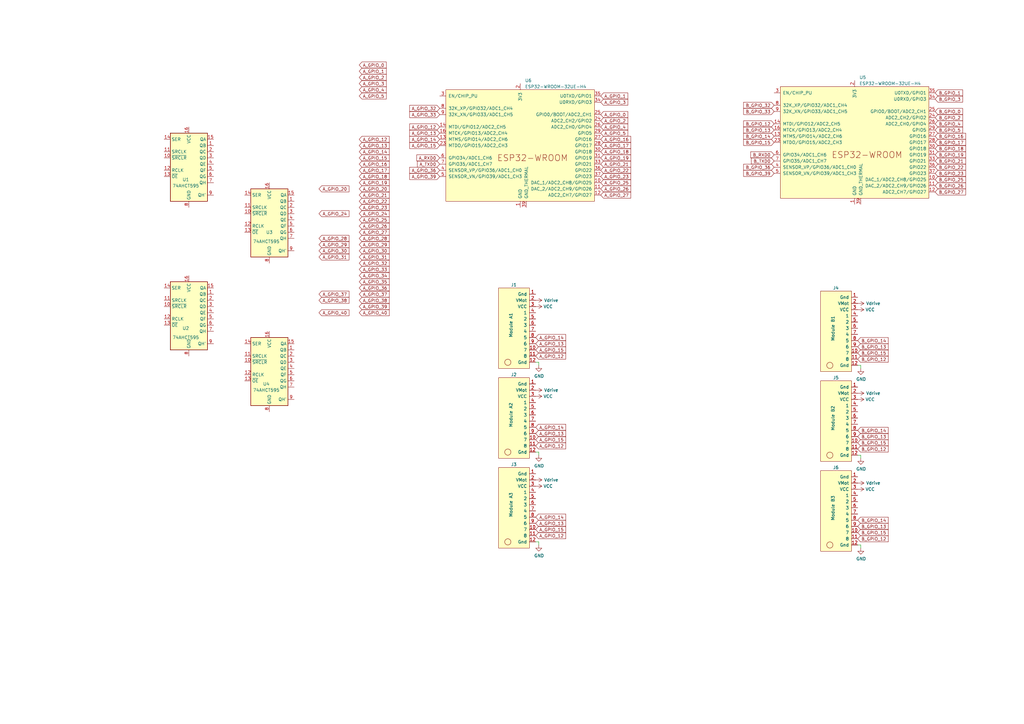
<source format=kicad_sch>
(kicad_sch (version 20230121) (generator eeschema)
  (paper "A3")
  (title_block (title "CNC Controller") (date "2023-03-09") (rev "2.0") (company "Torban Consulting / Cameron Eccleston") (comment 1 "Based on 6-Pack 2.0 External by Bdring"))
  (lib_symbols
    (symbol "74xx:74AHCT595"
      (property "Reference" "U" (at -7.62 13.97 0))
      (property "Value" "74AHCT595" (at -7.62 -16.51 0))
      (symbol "74AHCT595_1_0"
        (pin tri_state line (at 10.16 7.62 180) (length 2.54) (name "QB") (number "1"))
        (pin input line (at -10.16 2.54 0) (length 2.54) (name "~{SRCLR}") (number "10"))
        (pin input line (at -10.16 5.08 0) (length 2.54) (name "SRCLK") (number "11"))
        (pin input line (at -10.16 -2.54 0) (length 2.54) (name "RCLK") (number "12"))
        (pin input line (at -10.16 -5.08 0) (length 2.54) (name "~{OE}") (number "13"))
        (pin input line (at -10.16 10.16 0) (length 2.54) (name "SER") (number "14"))
        (pin tri_state line (at 10.16 10.16 180) (length 2.54) (name "QA") (number "15"))
        (pin power_in line (at 0 15.24 270) (length 2.54) (name "VCC") (number "16"))
        (pin tri_state line (at 10.16 5.08 180) (length 2.54) (name "QC") (number "2"))
        (pin tri_state line (at 10.16 2.54 180) (length 2.54) (name "QD") (number "3"))
        (pin tri_state line (at 10.16 0 180) (length 2.54) (name "QE") (number "4"))
        (pin tri_state line (at 10.16 -2.54 180) (length 2.54) (name "QF") (number "5"))
        (pin tri_state line (at 10.16 -5.08 180) (length 2.54) (name "QG") (number "6"))
        (pin tri_state line (at 10.16 -7.62 180) (length 2.54) (name "QH") (number "7"))
        (pin power_in line (at 0 -17.78 90) (length 2.54) (name "GND") (number "8"))
        (pin output line (at 10.16 -12.7 180) (length 2.54) (name "QH'") (number "9"))
      )
      (symbol "74AHCT595_1_1"
        (rectangle (start -7.62 12.7) (end 7.62 -15.24) (stroke (width 0.254)) (fill (type background)))
      )
    )
    (symbol "BDringController-rescue:IO_connector-My_Library-BDringController-rescue" (pin_names (offset 1.016))
      (property "Reference" "J" (at 0 3.81 0))
      (property "Value" "IO_connector-My_Library-BDringController-rescue" (at 0 0 0))
      (symbol "IO_connector-My_Library-BDringController-rescue_0_1"
        (circle (center -13.97 2.54) (radius 1.27))
        (polyline (pts (xy -16.51 -6.35) (xy 16.51 -6.35) (xy 16.51 6.35) (xy -16.51 6.35) (xy -16.51 -6.35)) (fill (type background)))
      )
      (symbol "IO_connector-My_Library-BDringController-rescue_1_1"
        (pin power_in line (at 13.97 -8.89 90) (length 2.54) (name "Gnd") (number "1"))
        (pin input line (at -8.89 -8.89 90) (length 2.54) (name "7") (number "10"))
        (pin input line (at -11.43 -8.89 90) (length 2.54) (name "8") (number "11"))
        (pin input line (at -13.97 -8.89 90) (length 2.54) (name "Gnd") (number "12"))
        (pin power_in line (at 11.43 -8.89 90) (length 2.54) (name "VMot") (number "2"))
        (pin power_in line (at 8.89 -8.89 90) (length 2.54) (name "VCC") (number "3"))
        (pin input line (at 6.35 -8.89 90) (length 2.54) (name "1") (number "4"))
        (pin input line (at 3.81 -8.89 90) (length 2.54) (name "2") (number "5"))
        (pin input line (at 1.27 -8.89 90) (length 2.54) (name "3") (number "6"))
        (pin input line (at -1.27 -8.89 90) (length 2.54) (name "4") (number "7"))
        (pin input line (at -3.81 -8.89 90) (length 2.54) (name "5") (number "8"))
        (pin input line (at -6.35 -8.89 90) (length 2.54) (name "6") (number "9"))
      )
    )
    (symbol "Espressif:ESP32-WROOM-E" (pin_names (offset 1.016))
      (property "Reference" "U" (at -30.48 27.94 0))
      (property "Value" "ESP32-WROOM-E" (at -30.48 25.4 0))
      (symbol "ESP32-WROOM-E_0_1"
        (rectangle (start -30.48 22.86) (end 30.48 -22.86) (fill (type background)))
      )
      (symbol "ESP32-WROOM-E_1_1"
        (text "ESP32-­WROOM­" (at 5.08 -5.08 0) (effects (font (size 2.54 2.54))))
        (pin power_in line (at 0 -25.4 90) (length 2.54) (name "GND") (number "1"))
        (pin bidirectional line (at 33.02 -15.24 180) (length 2.54) (name "DAC_1/ADC2_CH8/GPIO25") (number "10"))
        (pin bidirectional line (at 33.02 -17.78 180) (length 2.54) (name "DAC_2/ADC2_CH9/GPIO26") (number "11"))
        (pin bidirectional line (at 33.02 -20.32 180) (length 2.54) (name "ADC2_CH7/GPIO27") (number "12"))
        (pin bidirectional line (at -33.02 2.54 0) (length 2.54) (name "MTMS/GPIO14/ADC2_CH6") (number "13"))
        (pin bidirectional line (at -33.02 7.62 0) (length 2.54) (name "MTDI/GPIO12/ADC2_CH5") (number "14"))
        (pin passive line (at 0 -25.4 90) (length 2.54) hide (name "GND") (number "15"))
        (pin bidirectional line (at -33.02 5.08 0) (length 2.54) (name "MTCK/GPIO13/ADC2_CH4") (number "16"))
        (pin power_in line (at 0 25.4 270) (length 2.54) (name "3V3") (number "2"))
        (pin bidirectional line (at -33.02 0 0) (length 2.54) (name "MTDO/GPIO15/ADC2_CH3") (number "23"))
        (pin bidirectional line (at 33.02 10.16 180) (length 2.54) (name "ADC2_CH2/GPIO2") (number "24"))
        (pin bidirectional line (at 33.02 12.7 180) (length 2.54) (name "GPIO0/BOOT/ADC2_CH1") (number "25"))
        (pin bidirectional line (at 33.02 7.62 180) (length 2.54) (name "ADC2_CH0/GPIO4") (number "26"))
        (pin bidirectional line (at 33.02 2.54 180) (length 2.54) (name "GPIO16") (number "27"))
        (pin bidirectional line (at 33.02 0 180) (length 2.54) (name "GPIO17") (number "28"))
        (pin bidirectional line (at 33.02 5.08 180) (length 2.54) (name "GPIO5") (number "29"))
        (pin input line (at -33.02 20.32 0) (length 2.54) (name "EN/CHIP_PU") (number "3"))
        (pin bidirectional line (at 33.02 -2.54 180) (length 2.54) (name "GPIO18") (number "30"))
        (pin bidirectional line (at 33.02 -5.08 180) (length 2.54) (name "GPIO19") (number "31"))
        (pin bidirectional line (at 33.02 -7.62 180) (length 2.54) (name "GPIO21") (number "33"))
        (pin bidirectional line (at 33.02 17.78 180) (length 2.54) (name "U0RXD/GPIO3") (number "34"))
        (pin bidirectional line (at 33.02 20.32 180) (length 2.54) (name "U0TXD/GPIO1") (number "35"))
        (pin bidirectional line (at 33.02 -10.16 180) (length 2.54) (name "GPIO22") (number "36"))
        (pin bidirectional line (at 33.02 -12.7 180) (length 2.54) (name "GPIO23") (number "37"))
        (pin passive line (at 0 -25.4 90) (length 2.54) hide (name "GND") (number "38"))
        (pin power_in line (at 2.54 -25.4 90) (length 2.54) (name "GND_THERMAL") (number "39"))
        (pin input line (at -33.02 -10.16 0) (length 2.54) (name "SENSOR_VP/GPIO36/ADC1_CH0") (number "4"))
        (pin input line (at -33.02 -12.7 0) (length 2.54) (name "SENSOR_VN/GPIO39/ADC1_CH3") (number "5"))
        (pin input line (at -33.02 -5.08 0) (length 2.54) (name "GPIO34/ADC1_CH6") (number "6"))
        (pin input line (at -33.02 -7.62 0) (length 2.54) (name "GPIO35/ADC1_CH7") (number "7"))
        (pin bidirectional line (at -33.02 15.24 0) (length 2.54) (name "32K_XP/GPIO32/ADC1_CH4") (number "8"))
        (pin bidirectional line (at -33.02 12.7 0) (length 2.54) (name "32K_XN/GPIO33/ADC1_CH5") (number "9"))
      )
    )
    (symbol "power:GND" (power) (pin_names (offset 0))
      (property "Value" "GND" (at 0 -3.81 0))
      (symbol "GND_0_1"
        (polyline (pts (xy 0 0) (xy 0 -1.27) (xy 1.27 -1.27) (xy 0 -2.54) (xy -1.27 -1.27) (xy 0 -1.27)))
      )
      (symbol "GND_1_1"
        (pin power_in line (at 0 0 270) (length 0) hide (name "GND") (number "1"))
      )
    )
    (symbol "power:VCC" (power) (pin_names (offset 0))
      (property "Value" "VCC" (at 0 3.81 0))
      (symbol "VCC_0_1"
        (polyline (pts (xy -0.762 1.27) (xy 0 2.54)))
        (polyline (pts (xy 0 0) (xy 0 2.54)))
        (polyline (pts (xy 0 2.54) (xy 0.762 1.27)))
      )
      (symbol "VCC_1_1"
        (pin power_in line (at 0 0 90) (length 0) hide (name "VCC") (number "1"))
      )
    )
    (symbol "power:Vdrive" (power) (pin_names (offset 0))
      (property "Value" "Vdrive" (at 0 3.81 0))
      (symbol "Vdrive_0_1"
        (polyline (pts (xy -0.762 1.27) (xy 0 2.54)))
        (polyline (pts (xy 0 0) (xy 0 2.54)))
        (polyline (pts (xy 0 2.54) (xy 0.762 1.27)))
      )
      (symbol "Vdrive_1_1"
        (pin power_in line (at 0 0 90) (length 0) hide (name "Vdrive") (number "1"))
      )
    )
  )
  (wire (pts (xy 220.98 222.25) (xy 220.98 223.52)))
  (wire (pts (xy 353.06 186.69) (xy 353.06 187.96)))
  (wire (pts (xy 353.06 223.52) (xy 353.06 224.79)))
  (wire (pts (xy 353.06 149.86) (xy 353.06 151.13)))
  (wire (pts (xy 219.71 185.42) (xy 220.98 185.42)))
  (wire (pts (xy 220.98 185.42) (xy 220.98 186.69)))
  (wire (pts (xy 220.98 148.59) (xy 220.98 149.86)))
  (wire (pts (xy 351.79 149.86) (xy 353.06 149.86)))
  (wire (pts (xy 219.71 222.25) (xy 220.98 222.25)))
  (wire (pts (xy 219.71 148.59) (xy 220.98 148.59)))
  (wire (pts (xy 351.79 186.69) (xy 353.06 186.69)))
  (wire (pts (xy 351.79 223.52) (xy 353.06 223.52)))
  (text "Notes:\n- ESP32 with antenna only available with 4mb flash at jlcpcb. which should work with fluidnc\n- \n" (at 422.91 19.05 0) (effects (font (size 4 4)) (justify left bottom)))
  (global_label "A_GPIO_16" (shape input) (at 147.32 67.31 0) (property "Intersheetrefs" "${INTERSHEET_REFS}" (effects hide)))
  (global_label "B_GPIO_3" (shape input) (at 383.54 40.64 0) (property "Intersheetrefs" "${INTERSHEET_REFS}" (effects hide)))
  (global_label "B_GPIO_1" (shape input) (at 453.39 45.72 0) (property "Intersheetrefs" "${INTERSHEET_REFS}" (effects hide)))
  (global_label "B_GPIO_27" (shape input) (at 453.39 111.76 0) (property "Intersheetrefs" "${INTERSHEET_REFS}" (effects hide)))
  (global_label "A_GPIO_18" (shape input) (at 147.32 72.39 0) (property "Intersheetrefs" "${INTERSHEET_REFS}" (effects hide)))
  (global_label "B_GPIO_31" (shape input) (at 436.88 121.92 0) (property "Intersheetrefs" "${INTERSHEET_REFS}" (effects hide)))
  (global_label "A_GPIO_38" (shape input) (at 147.32 123.19 0) (property "Intersheetrefs" "${INTERSHEET_REFS}" (effects hide)))
  (global_label "B_GPIO_21" (shape input) (at 453.39 96.52 0) (property "Intersheetrefs" "${INTERSHEET_REFS}" (effects hide)))
  (global_label "A_GPIO_30" (shape input) (at 130.81 102.87 0) (property "Intersheetrefs" "${INTERSHEET_REFS}" (effects hide)))
  (global_label "B_GPIO_22" (shape input) (at 383.54 68.58 0) (property "Intersheetrefs" "${INTERSHEET_REFS}" (effects hide)))
  (global_label "B_GPIO_13" (shape input) (at 351.79 142.24 0) (property "Intersheetrefs" "${INTERSHEET_REFS}" (effects hide)))
  (global_label "A_GPIO_3" (shape input) (at 147.32 34.29 0) (property "Intersheetrefs" "${INTERSHEET_REFS}" (effects hide)))
  (global_label "A_GPIO_14" (shape input) (at 219.71 175.26 0) (property "Intersheetrefs" "${INTERSHEET_REFS}" (effects hide)))
  (global_label "A_GPIO_29" (shape input) (at 147.32 100.33 0) (property "Intersheetrefs" "${INTERSHEET_REFS}" (effects hide)))
  (global_label "B_GPIO_20" (shape input) (at 453.39 93.98 0) (property "Intersheetrefs" "${INTERSHEET_REFS}" (effects hide)))
  (global_label "A_GPIO_20" (shape input) (at 130.81 77.47 0) (property "Intersheetrefs" "${INTERSHEET_REFS}" (effects hide)))
  (global_label "A_GPIO_13" (shape input) (at 219.71 140.97 0) (property "Intersheetrefs" "${INTERSHEET_REFS}" (effects hide)))
  (global_label "B_GPIO_15" (shape input) (at 453.39 81.28 0) (property "Intersheetrefs" "${INTERSHEET_REFS}" (effects hide)))
  (global_label "A_GPIO_23" (shape input) (at 246.38 72.39 0) (property "Intersheetrefs" "${INTERSHEET_REFS}" (effects hide)))
  (global_label "B_RXD0" (shape input) (at 317.5 63.5 180) (property "Intersheetrefs" "${INTERSHEET_REFS}" (effects hide)))
  (global_label "B_GPIO_17" (shape input) (at 453.39 86.36 0) (property "Intersheetrefs" "${INTERSHEET_REFS}" (effects hide)))
  (global_label "A_GPIO_13" (shape input) (at 180.34 54.61 180) (property "Intersheetrefs" "${INTERSHEET_REFS}" (effects hide)))
  (global_label "B_GPIO_40" (shape input) (at 436.88 144.78 0) (property "Intersheetrefs" "${INTERSHEET_REFS}" (effects hide)))
  (global_label "A_GPIO_15" (shape input) (at 219.71 180.34 0) (property "Intersheetrefs" "${INTERSHEET_REFS}" (effects hide)))
  (global_label "B_GPIO_13" (shape input) (at 351.79 179.07 0) (property "Intersheetrefs" "${INTERSHEET_REFS}" (effects hide)))
  (global_label "A_GPIO_0" (shape input) (at 246.38 46.99 0) (property "Intersheetrefs" "${INTERSHEET_REFS}" (effects hide)))
  (global_label "B_GPIO_14" (shape input) (at 351.79 139.7 0) (property "Intersheetrefs" "${INTERSHEET_REFS}" (effects hide)))
  (global_label "B_GPIO_12" (shape input) (at 317.5 50.8 180) (property "Intersheetrefs" "${INTERSHEET_REFS}" (effects hide)))
  (global_label "B_GPIO_32" (shape input) (at 317.5 43.18 180) (property "Intersheetrefs" "${INTERSHEET_REFS}" (effects hide)))
  (global_label "A_GPIO_36" (shape input) (at 147.32 118.11 0) (property "Intersheetrefs" "${INTERSHEET_REFS}" (effects hide)))
  (global_label "A_GPIO_24" (shape input) (at 130.81 87.63 0) (property "Intersheetrefs" "${INTERSHEET_REFS}" (effects hide)))
  (global_label "A_GPIO_29" (shape input) (at 130.81 100.33 0) (property "Intersheetrefs" "${INTERSHEET_REFS}" (effects hide)))
  (global_label "A_GPIO_13" (shape input) (at 219.71 177.8 0) (property "Intersheetrefs" "${INTERSHEET_REFS}" (effects hide)))
  (global_label "A_GPIO_4" (shape input) (at 246.38 52.07 0) (property "Intersheetrefs" "${INTERSHEET_REFS}" (effects hide)))
  (global_label "A_GPIO_22" (shape input) (at 147.32 82.55 0) (property "Intersheetrefs" "${INTERSHEET_REFS}" (effects hide)))
  (global_label "B_GPIO_1" (shape input) (at 383.54 38.1 0) (property "Intersheetrefs" "${INTERSHEET_REFS}" (effects hide)))
  (global_label "A_GPIO_13" (shape input) (at 147.32 59.69 0) (property "Intersheetrefs" "${INTERSHEET_REFS}" (effects hide)))
  (global_label "A_GPIO_15" (shape input) (at 147.32 64.77 0) (property "Intersheetrefs" "${INTERSHEET_REFS}" (effects hide)))
  (global_label "B_GPIO_31" (shape input) (at 453.39 121.92 0) (property "Intersheetrefs" "${INTERSHEET_REFS}" (effects hide)))
  (global_label "B_GPIO_23" (shape input) (at 383.54 71.12 0) (property "Intersheetrefs" "${INTERSHEET_REFS}" (effects hide)))
  (global_label "B_GPIO_24" (shape input) (at 453.39 104.14 0) (property "Intersheetrefs" "${INTERSHEET_REFS}" (effects hide)))
  (global_label "A_GPIO_15" (shape input) (at 180.34 59.69 180) (property "Intersheetrefs" "${INTERSHEET_REFS}" (effects hide)))
  (global_label "A_GPIO_13" (shape input) (at 219.71 214.63 0) (property "Intersheetrefs" "${INTERSHEET_REFS}" (effects hide)))
  (global_label "B_GPIO_30" (shape input) (at 436.88 119.38 0) (property "Intersheetrefs" "${INTERSHEET_REFS}" (effects hide)))
  (global_label "A_GPIO_17" (shape input) (at 246.38 59.69 0) (property "Intersheetrefs" "${INTERSHEET_REFS}" (effects hide)))
  (global_label "B_GPIO_19" (shape input) (at 383.54 63.5 0) (property "Intersheetrefs" "${INTERSHEET_REFS}" (effects hide)))
  (global_label "B_GPIO_16" (shape input) (at 453.39 83.82 0) (property "Intersheetrefs" "${INTERSHEET_REFS}" (effects hide)))
  (global_label "B_GPIO_12" (shape input) (at 351.79 147.32 0) (property "Intersheetrefs" "${INTERSHEET_REFS}" (effects hide)))
  (global_label "B_GPIO_4" (shape input) (at 383.54 50.8 0) (property "Intersheetrefs" "${INTERSHEET_REFS}" (effects hide)))
  (global_label "A_GPIO_31" (shape input) (at 147.32 105.41 0) (property "Intersheetrefs" "${INTERSHEET_REFS}" (effects hide)))
  (global_label "A_GPIO_23" (shape input) (at 147.32 85.09 0) (property "Intersheetrefs" "${INTERSHEET_REFS}" (effects hide)))
  (global_label "A_GPIO_32" (shape input) (at 180.34 44.45 180) (property "Intersheetrefs" "${INTERSHEET_REFS}" (effects hide)))
  (global_label "A_GPIO_15" (shape input) (at 219.71 217.17 0) (property "Intersheetrefs" "${INTERSHEET_REFS}" (effects hide)))
  (global_label "A_GPIO_26" (shape input) (at 246.38 77.47 0) (property "Intersheetrefs" "${INTERSHEET_REFS}" (effects hide)))
  (global_label "B_GPIO_17" (shape input) (at 383.54 58.42 0) (property "Intersheetrefs" "${INTERSHEET_REFS}" (effects hide)))
  (global_label "B_GPIO_0" (shape input) (at 383.54 45.72 0) (property "Intersheetrefs" "${INTERSHEET_REFS}" (effects hide)))
  (global_label "B_GPIO_18" (shape input) (at 383.54 60.96 0) (property "Intersheetrefs" "${INTERSHEET_REFS}" (effects hide)))
  (global_label "B_GPIO_15" (shape input) (at 351.79 144.78 0) (property "Intersheetrefs" "${INTERSHEET_REFS}" (effects hide)))
  (global_label "A_GPIO_28" (shape input) (at 130.81 97.79 0) (property "Intersheetrefs" "${INTERSHEET_REFS}" (effects hide)))
  (global_label "B_GPIO_28" (shape input) (at 436.88 114.3 0) (property "Intersheetrefs" "${INTERSHEET_REFS}" (effects hide)))
  (global_label "B_GPIO_29" (shape input) (at 453.39 116.84 0) (property "Intersheetrefs" "${INTERSHEET_REFS}" (effects hide)))
  (global_label "A_GPIO_36" (shape input) (at 180.34 69.85 180) (property "Intersheetrefs" "${INTERSHEET_REFS}" (effects hide)))
  (global_label "A_GPIO_30" (shape input) (at 147.32 102.87 0) (property "Intersheetrefs" "${INTERSHEET_REFS}" (effects hide)))
  (global_label "B_GPIO_14" (shape input) (at 351.79 176.53 0) (property "Intersheetrefs" "${INTERSHEET_REFS}" (effects hide)))
  (global_label "A_GPIO_15" (shape input) (at 219.71 143.51 0) (property "Intersheetrefs" "${INTERSHEET_REFS}" (effects hide)))
  (global_label "B_TXD0" (shape input) (at 317.5 66.04 180) (property "Intersheetrefs" "${INTERSHEET_REFS}" (effects hide)))
  (global_label "A_GPIO_21" (shape input) (at 246.38 67.31 0) (property "Intersheetrefs" "${INTERSHEET_REFS}" (effects hide)))
  (global_label "B_GPIO_23" (shape input) (at 453.39 101.6 0) (property "Intersheetrefs" "${INTERSHEET_REFS}" (effects hide)))
  (global_label "A_GPIO_2" (shape input) (at 246.38 49.53 0) (property "Intersheetrefs" "${INTERSHEET_REFS}" (effects hide)))
  (global_label "A_GPIO_22" (shape input) (at 246.38 69.85 0) (property "Intersheetrefs" "${INTERSHEET_REFS}" (effects hide)))
  (global_label "A_GPIO_17" (shape input) (at 147.32 69.85 0) (property "Intersheetrefs" "${INTERSHEET_REFS}" (effects hide)))
  (global_label "B_GPIO_15" (shape input) (at 351.79 181.61 0) (property "Intersheetrefs" "${INTERSHEET_REFS}" (effects hide)))
  (global_label "B_GPIO_38" (shape input) (at 453.39 139.7 0) (property "Intersheetrefs" "${INTERSHEET_REFS}" (effects hide)))
  (global_label "B_GPIO_15" (shape input) (at 317.5 58.42 180) (property "Intersheetrefs" "${INTERSHEET_REFS}" (effects hide)))
  (global_label "B_GPIO_29" (shape input) (at 436.88 116.84 0) (property "Intersheetrefs" "${INTERSHEET_REFS}" (effects hide)))
  (global_label "B_GPIO_20" (shape input) (at 436.88 93.98 0) (property "Intersheetrefs" "${INTERSHEET_REFS}" (effects hide)))
  (global_label "A_GPIO_28" (shape input) (at 147.32 97.79 0) (property "Intersheetrefs" "${INTERSHEET_REFS}" (effects hide)))
  (global_label "A_GPIO_1" (shape input) (at 246.38 39.37 0) (property "Intersheetrefs" "${INTERSHEET_REFS}" (effects hide)))
  (global_label "B_GPIO_35" (shape input) (at 453.39 132.08 0) (property "Intersheetrefs" "${INTERSHEET_REFS}" (effects hide)))
  (global_label "A_GPIO_25" (shape input) (at 147.32 90.17 0) (property "Intersheetrefs" "${INTERSHEET_REFS}" (effects hide)))
  (global_label "A_GPIO_16" (shape input) (at 246.38 57.15 0) (property "Intersheetrefs" "${INTERSHEET_REFS}" (effects hide)))
  (global_label "B_GPIO_12" (shape input) (at 351.79 220.98 0) (property "Intersheetrefs" "${INTERSHEET_REFS}" (effects hide)))
  (global_label "A_GPIO_2" (shape input) (at 147.32 31.75 0) (property "Intersheetrefs" "${INTERSHEET_REFS}" (effects hide)))
  (global_label "B_GPIO_5" (shape input) (at 383.54 53.34 0) (property "Intersheetrefs" "${INTERSHEET_REFS}" (effects hide)))
  (global_label "B_GPIO_28" (shape input) (at 453.39 114.3 0) (property "Intersheetrefs" "${INTERSHEET_REFS}" (effects hide)))
  (global_label "A_GPIO_21" (shape input) (at 147.32 80.01 0) (property "Intersheetrefs" "${INTERSHEET_REFS}" (effects hide)))
  (global_label "B_GPIO_30" (shape input) (at 453.39 119.38 0) (property "Intersheetrefs" "${INTERSHEET_REFS}" (effects hide)))
  (global_label "A_RXD0" (shape input) (at 180.34 64.77 180) (property "Intersheetrefs" "${INTERSHEET_REFS}" (effects hide)))
  (global_label "B_GPIO_37" (shape input) (at 453.39 137.16 0) (property "Intersheetrefs" "${INTERSHEET_REFS}" (effects hide)))
  (global_label "A_GPIO_25" (shape input) (at 246.38 74.93 0) (property "Intersheetrefs" "${INTERSHEET_REFS}" (effects hide)))
  (global_label "A_GPIO_14" (shape input) (at 219.71 138.43 0) (property "Intersheetrefs" "${INTERSHEET_REFS}" (effects hide)))
  (global_label "B_GPIO_16" (shape input) (at 383.54 55.88 0) (property "Intersheetrefs" "${INTERSHEET_REFS}" (effects hide)))
  (global_label "A_GPIO_19" (shape input) (at 147.32 74.93 0) (property "Intersheetrefs" "${INTERSHEET_REFS}" (effects hide)))
  (global_label "B_GPIO_5" (shape input) (at 453.39 55.88 0) (property "Intersheetrefs" "${INTERSHEET_REFS}" (effects hide)))
  (global_label "B_GPIO_40" (shape input) (at 453.39 144.78 0) (property "Intersheetrefs" "${INTERSHEET_REFS}" (effects hide)))
  (global_label "A_GPIO_18" (shape input) (at 246.38 62.23 0) (property "Intersheetrefs" "${INTERSHEET_REFS}" (effects hide)))
  (global_label "A_GPIO_0" (shape input) (at 147.32 26.67 0) (property "Intersheetrefs" "${INTERSHEET_REFS}" (effects hide)))
  (global_label "B_GPIO_33" (shape input) (at 453.39 127 0) (property "Intersheetrefs" "${INTERSHEET_REFS}" (effects hide)))
  (global_label "A_GPIO_39" (shape input) (at 147.32 125.73 0) (property "Intersheetrefs" "${INTERSHEET_REFS}" (effects hide)))
  (global_label "B_GPIO_2" (shape input) (at 453.39 48.26 0) (property "Intersheetrefs" "${INTERSHEET_REFS}" (effects hide)))
  (global_label "B_GPIO_14" (shape input) (at 453.39 78.74 0) (property "Intersheetrefs" "${INTERSHEET_REFS}" (effects hide)))
  (global_label "B_GPIO_14" (shape input) (at 317.5 55.88 180) (property "Intersheetrefs" "${INTERSHEET_REFS}" (effects hide)))
  (global_label "A_GPIO_12" (shape input) (at 147.32 57.15 0) (property "Intersheetrefs" "${INTERSHEET_REFS}" (effects hide)))
  (global_label "A_GPIO_37" (shape input) (at 130.81 120.65 0) (property "Intersheetrefs" "${INTERSHEET_REFS}" (effects hide)))
  (global_label "B_GPIO_13" (shape input) (at 453.39 76.2 0) (property "Intersheetrefs" "${INTERSHEET_REFS}" (effects hide)))
  (global_label "B_GPIO_12" (shape input) (at 453.39 73.66 0) (property "Intersheetrefs" "${INTERSHEET_REFS}" (effects hide)))
  (global_label "A_GPIO_33" (shape input) (at 180.34 46.99 180) (property "Intersheetrefs" "${INTERSHEET_REFS}" (effects hide)))
  (global_label "B_GPIO_39" (shape input) (at 317.5 71.12 180) (property "Intersheetrefs" "${INTERSHEET_REFS}" (effects hide)))
  (global_label "B_GPIO_22" (shape input) (at 453.39 99.06 0) (property "Intersheetrefs" "${INTERSHEET_REFS}" (effects hide)))
  (global_label "B_GPIO_13" (shape input) (at 317.5 53.34 180) (property "Intersheetrefs" "${INTERSHEET_REFS}" (effects hide)))
  (global_label "A_GPIO_40" (shape input) (at 147.32 128.27 0) (property "Intersheetrefs" "${INTERSHEET_REFS}" (effects hide)))
  (global_label "A_GPIO_5" (shape input) (at 246.38 54.61 0) (property "Intersheetrefs" "${INTERSHEET_REFS}" (effects hide)))
  (global_label "B_GPIO_2" (shape input) (at 383.54 48.26 0) (property "Intersheetrefs" "${INTERSHEET_REFS}" (effects hide)))
  (global_label "A_GPIO_39" (shape input) (at 180.34 72.39 180) (property "Intersheetrefs" "${INTERSHEET_REFS}" (effects hide)))
  (global_label "A_GPIO_38" (shape input) (at 130.81 123.19 0) (property "Intersheetrefs" "${INTERSHEET_REFS}" (effects hide)))
  (global_label "B_GPIO_36" (shape input) (at 317.5 68.58 180) (property "Intersheetrefs" "${INTERSHEET_REFS}" (effects hide)))
  (global_label "B_GPIO_12" (shape input) (at 351.79 184.15 0) (property "Intersheetrefs" "${INTERSHEET_REFS}" (effects hide)))
  (global_label "B_GPIO_25" (shape input) (at 383.54 73.66 0) (property "Intersheetrefs" "${INTERSHEET_REFS}" (effects hide)))
  (global_label "A_GPIO_40" (shape input) (at 130.81 128.27 0) (property "Intersheetrefs" "${INTERSHEET_REFS}" (effects hide)))
  (global_label "B_GPIO_0" (shape input) (at 453.39 43.18 0) (property "Intersheetrefs" "${INTERSHEET_REFS}" (effects hide)))
  (global_label "A_GPIO_26" (shape input) (at 147.32 92.71 0) (property "Intersheetrefs" "${INTERSHEET_REFS}" (effects hide)))
  (global_label "B_GPIO_36" (shape input) (at 453.39 134.62 0) (property "Intersheetrefs" "${INTERSHEET_REFS}" (effects hide)))
  (global_label "A_GPIO_14" (shape input) (at 180.34 57.15 180) (property "Intersheetrefs" "${INTERSHEET_REFS}" (effects hide)))
  (global_label "A_GPIO_12" (shape input) (at 219.71 182.88 0) (property "Intersheetrefs" "${INTERSHEET_REFS}" (effects hide)))
  (global_label "A_GPIO_14" (shape input) (at 147.32 62.23 0) (property "Intersheetrefs" "${INTERSHEET_REFS}" (effects hide)))
  (global_label "A_GPIO_20" (shape input) (at 147.32 77.47 0) (property "Intersheetrefs" "${INTERSHEET_REFS}" (effects hide)))
  (global_label "A_GPIO_24" (shape input) (at 147.32 87.63 0) (property "Intersheetrefs" "${INTERSHEET_REFS}" (effects hide)))
  (global_label "B_GPIO_21" (shape input) (at 383.54 66.04 0) (property "Intersheetrefs" "${INTERSHEET_REFS}" (effects hide)))
  (global_label "A_GPIO_34" (shape input) (at 147.32 113.03 0) (property "Intersheetrefs" "${INTERSHEET_REFS}" (effects hide)))
  (global_label "A_GPIO_12" (shape input) (at 219.71 219.71 0) (property "Intersheetrefs" "${INTERSHEET_REFS}" (effects hide)))
  (global_label "A_GPIO_5" (shape input) (at 147.32 39.37 0) (property "Intersheetrefs" "${INTERSHEET_REFS}" (effects hide)))
  (global_label "B_GPIO_32" (shape input) (at 453.39 124.46 0) (property "Intersheetrefs" "${INTERSHEET_REFS}" (effects hide)))
  (global_label "A_GPIO_4" (shape input) (at 147.32 36.83 0) (property "Intersheetrefs" "${INTERSHEET_REFS}" (effects hide)))
  (global_label "B_GPIO_26" (shape input) (at 383.54 76.2 0) (property "Intersheetrefs" "${INTERSHEET_REFS}" (effects hide)))
  (global_label "B_GPIO_38" (shape input) (at 436.88 139.7 0) (property "Intersheetrefs" "${INTERSHEET_REFS}" (effects hide)))
  (global_label "A_GPIO_27" (shape input) (at 246.38 80.01 0) (property "Intersheetrefs" "${INTERSHEET_REFS}" (effects hide)))
  (global_label "A_GPIO_32" (shape input) (at 147.32 107.95 0) (property "Intersheetrefs" "${INTERSHEET_REFS}" (effects hide)))
  (global_label "B_GPIO_24" (shape input) (at 436.88 104.14 0) (property "Intersheetrefs" "${INTERSHEET_REFS}" (effects hide)))
  (global_label "B_GPIO_18" (shape input) (at 453.39 88.9 0) (property "Intersheetrefs" "${INTERSHEET_REFS}" (effects hide)))
  (global_label "B_GPIO_37" (shape input) (at 436.88 137.16 0) (property "Intersheetrefs" "${INTERSHEET_REFS}" (effects hide)))
  (global_label "A_GPIO_1" (shape input) (at 147.32 29.21 0) (property "Intersheetrefs" "${INTERSHEET_REFS}" (effects hide)))
  (global_label "B_GPIO_13" (shape input) (at 351.79 215.9 0) (property "Intersheetrefs" "${INTERSHEET_REFS}" (effects hide)))
  (global_label "A_GPIO_35" (shape input) (at 147.32 115.57 0) (property "Intersheetrefs" "${INTERSHEET_REFS}" (effects hide)))
  (global_label "B_GPIO_39" (shape input) (at 453.39 142.24 0) (property "Intersheetrefs" "${INTERSHEET_REFS}" (effects hide)))
  (global_label "A_GPIO_12" (shape input) (at 180.34 52.07 180) (property "Intersheetrefs" "${INTERSHEET_REFS}" (effects hide)))
  (global_label "A_GPIO_33" (shape input) (at 147.32 110.49 0) (property "Intersheetrefs" "${INTERSHEET_REFS}" (effects hide)))
  (global_label "B_GPIO_34" (shape input) (at 453.39 129.54 0) (property "Intersheetrefs" "${INTERSHEET_REFS}" (effects hide)))
  (global_label "B_GPIO_14" (shape input) (at 351.79 213.36 0) (property "Intersheetrefs" "${INTERSHEET_REFS}" (effects hide)))
  (global_label "B_GPIO_27" (shape input) (at 383.54 78.74 0) (property "Intersheetrefs" "${INTERSHEET_REFS}" (effects hide)))
  (global_label "A_GPIO_19" (shape input) (at 246.38 64.77 0) (property "Intersheetrefs" "${INTERSHEET_REFS}" (effects hide)))
  (global_label "B_GPIO_3" (shape input) (at 453.39 50.8 0) (property "Intersheetrefs" "${INTERSHEET_REFS}" (effects hide)))
  (global_label "B_GPIO_33" (shape input) (at 317.5 45.72 180) (property "Intersheetrefs" "${INTERSHEET_REFS}" (effects hide)))
  (global_label "B_GPIO_15" (shape input) (at 351.79 218.44 0) (property "Intersheetrefs" "${INTERSHEET_REFS}" (effects hide)))
  (global_label "B_GPIO_26" (shape input) (at 453.39 109.22 0) (property "Intersheetrefs" "${INTERSHEET_REFS}" (effects hide)))
  (global_label "B_GPIO_4" (shape input) (at 453.39 53.34 0) (property "Intersheetrefs" "${INTERSHEET_REFS}" (effects hide)))
  (global_label "A_GPIO_3" (shape input) (at 246.38 41.91 0) (property "Intersheetrefs" "${INTERSHEET_REFS}" (effects hide)))
  (global_label "A_GPIO_37" (shape input) (at 147.32 120.65 0) (property "Intersheetrefs" "${INTERSHEET_REFS}" (effects hide)))
  (global_label "A_GPIO_12" (shape input) (at 219.71 146.05 0) (property "Intersheetrefs" "${INTERSHEET_REFS}" (effects hide)))
  (global_label "B_GPIO_25" (shape input) (at 453.39 106.68 0) (property "Intersheetrefs" "${INTERSHEET_REFS}" (effects hide)))
  (global_label "A_GPIO_27" (shape input) (at 147.32 95.25 0) (property "Intersheetrefs" "${INTERSHEET_REFS}" (effects hide)))
  (global_label "A_GPIO_31" (shape input) (at 130.81 105.41 0) (property "Intersheetrefs" "${INTERSHEET_REFS}" (effects hide)))
  (global_label "A_TXD0" (shape input) (at 180.34 67.31 180) (property "Intersheetrefs" "${INTERSHEET_REFS}" (effects hide)))
  (global_label "B_GPIO_19" (shape input) (at 453.39 91.44 0) (property "Intersheetrefs" "${INTERSHEET_REFS}" (effects hide)))
  (global_label "A_GPIO_14" (shape input) (at 219.71 212.09 0) (property "Intersheetrefs" "${INTERSHEET_REFS}" (effects hide)))
  (symbol (lib_id "BDringController-rescue:IO_connector-My_Library-BDringController-rescue") (at 210.82 171.45 90) (unit 1)
    (property "Reference" "J2" (at 209.55 153.67 90) (effects (justify right)))
    (property "Value" "Module A2" (at 209.55 165.1 0) (effects (justify right)))
    (property "Footprint" "Connector_PinSocket_2.54mm:PinSocket_1x12_P2.54mm_Vertical" (effects hide))
  )
  (symbol (lib_id "power:Vdrive") (at 351.79 161.29 270) (unit 1)
    (property "Reference" "#PWR010" (effects hide))
    (property "Value" "Vdrive" (at 358.14 161.29 90))
  )
  (symbol (lib_id "power:VCC") (at 351.79 127 270) (unit 1)
    (property "Reference" "#PWR012" (effects hide))
    (property "Value" "VCC" (at 356.87 127 90))
  )
  (symbol (lib_id "power:Vdrive") (at 219.71 123.19 270) (unit 1)
    (property "Reference" "#PWR06" (effects hide))
    (property "Value" "Vdrive" (at 226.06 123.19 90))
  )
  (symbol (lib_id "Espressif:ESP32-WROOM-E") (at 213.36 59.69 0) (unit 1)
    (property "Reference" "U6" (at 215.3159 33.02 0) (effects (justify left)))
    (property "Value" "ESP32-WROOM-32UE-H4" (at 215.3159 35.56 0) (effects (justify left)))
    (property "Footprint" "Espressif:ESP32-WROOM-32UE" (effects hide))
    (property "Datasheet" "https://www.espressif.com/sites/default/files/documentation/esp32-wroom-32e_esp32-wroom-32ue_datasheet_en.pdf" (effects hide))
    (property "LCSC" "C3013937" (effects hide))
  )
  (symbol (lib_id "BDringController-rescue:IO_connector-My_Library-BDringController-rescue") (at 210.82 208.28 90) (unit 1)
    (property "Reference" "J3" (at 209.55 190.5 90) (effects (justify right)))
    (property "Value" "Module A3" (at 209.55 201.93 0) (effects (justify right)))
    (property "Footprint" "Connector_PinSocket_2.54mm:PinSocket_1x12_P2.54mm_Vertical" (effects hide))
  )
  (symbol (lib_id "power:VCC") (at 219.71 199.39 270) (unit 1)
    (property "Reference" "#PWR015" (effects hide))
    (property "Value" "VCC" (at 224.79 199.39 90))
  )
  (symbol (lib_id "power:GND") (at 220.98 186.69 0) (unit 1)
    (property "Reference" "#PWR02" (effects hide))
    (property "Value" "GND" (at 221.107 191.0842 0))
  )
  (symbol (lib_id "power:VCC") (at 351.79 163.83 270) (unit 1)
    (property "Reference" "#PWR013" (effects hide))
    (property "Value" "VCC" (at 356.87 163.83 90))
  )
  (symbol (lib_id "power:Vdrive") (at 219.71 160.02 270) (unit 1)
    (property "Reference" "#PWR08" (effects hide))
    (property "Value" "Vdrive" (at 226.06 160.02 90))
  )
  (symbol (lib_id "BDringController-rescue:IO_connector-My_Library-BDringController-rescue") (at 342.9 209.55 90) (unit 1)
    (property "Reference" "J6" (at 341.63 191.77 90) (effects (justify right)))
    (property "Value" "Module B3" (at 341.63 203.2 0) (effects (justify right)))
    (property "Footprint" "Connector_PinSocket_2.54mm:PinSocket_1x12_P2.54mm_Vertical" (effects hide))
  )
  (symbol (lib_id "power:VCC") (at 351.79 200.66 270) (unit 1)
    (property "Reference" "#PWR017" (effects hide))
    (property "Value" "VCC" (at 356.87 200.66 90))
  )
  (symbol (lib_id "74xx:74AHCT595") (at 110.49 90.17 0) (unit 1)
    (property "Reference" "U3" (at 110.49 95.25 0))
    (property "Value" "74AHCT595" (at 109.22 99.06 0))
    (property "Footprint" "Package_SO:SO-16_5.3x10.2mm_P1.27mm" (effects hide))
    (property "Datasheet" "https://datasheet.lcsc.com/szlcsc/2004031110_Nexperia-74AHCT595D-118_C503428.pdf" (effects hide))
    (property "LCSC" "C503428" (effects hide))
    (property "Part Number" "74AHCT595D,118" (effects hide))
  )
  (symbol (lib_id "power:Vdrive") (at 219.71 196.85 270) (unit 1)
    (property "Reference" "#PWR09" (effects hide))
    (property "Value" "Vdrive" (at 226.06 196.85 90))
  )
  (symbol (lib_id "power:Vdrive") (at 351.79 124.46 270) (unit 1)
    (property "Reference" "#PWR07" (effects hide))
    (property "Value" "Vdrive" (at 358.14 124.46 90))
  )
  (symbol (lib_id "power:Vdrive") (at 351.79 198.12 270) (unit 1)
    (property "Reference" "#PWR016" (effects hide))
    (property "Value" "Vdrive" (at 358.14 198.12 90))
  )
  (symbol (lib_id "BDringController-rescue:IO_connector-My_Library-BDringController-rescue") (at 342.9 172.72 90) (unit 1)
    (property "Reference" "J5" (at 341.63 154.94 90) (effects (justify right)))
    (property "Value" "Module B2" (at 341.63 166.37 0) (effects (justify right)))
    (property "Footprint" "Connector_PinSocket_2.54mm:PinSocket_1x12_P2.54mm_Vertical" (effects hide))
  )
  (symbol (lib_id "BDringController-rescue:IO_connector-My_Library-BDringController-rescue") (at 210.82 134.62 90) (unit 1)
    (property "Reference" "J1" (at 209.55 116.84 90) (effects (justify right)))
    (property "Value" "Module A1" (at 209.55 128.27 0) (effects (justify right)))
    (property "Footprint" "Connector_PinSocket_2.54mm:PinSocket_1x12_P2.54mm_Vertical" (effects hide))
  )
  (symbol (lib_id "power:GND") (at 220.98 223.52 0) (unit 1)
    (property "Reference" "#PWR01" (effects hide))
    (property "Value" "GND" (at 221.107 227.9142 0))
  )
  (symbol (lib_id "74xx:74AHCT595") (at 77.47 67.31 0) (unit 1)
    (property "Reference" "U1" (at 76.2 73.66 0))
    (property "Value" "74AHCT595" (at 76.2 76.2 0))
    (property "Footprint" "Package_SO:SO-16_5.3x10.2mm_P1.27mm" (effects hide))
    (property "Datasheet" "https://datasheet.lcsc.com/szlcsc/2004031110_Nexperia-74AHCT595D-118_C503428.pdf" (effects hide))
    (property "LCSC" "C503428" (effects hide))
    (property "Part Number" "74AHCT595D,118" (effects hide))
  )
  (symbol (lib_id "power:GND") (at 220.98 149.86 0) (unit 1)
    (property "Reference" "#PWR04" (effects hide))
    (property "Value" "GND" (at 221.107 154.2542 0))
  )
  (symbol (lib_id "74xx:74AHCT595") (at 110.49 151.13 0) (unit 1)
    (property "Reference" "U4" (at 109.22 157.48 0))
    (property "Value" "74AHCT595" (at 109.22 160.02 0))
    (property "Footprint" "Package_SO:SO-16_5.3x10.2mm_P1.27mm" (effects hide))
    (property "Datasheet" "https://datasheet.lcsc.com/szlcsc/2004031110_Nexperia-74AHCT595D-118_C503428.pdf" (effects hide))
    (property "LCSC" "C503428" (effects hide))
    (property "Part Number" "74AHCT595D,118" (effects hide))
  )
  (symbol (lib_id "power:GND") (at 353.06 224.79 0) (unit 1)
    (property "Reference" "#PWR018" (effects hide))
    (property "Value" "GND" (at 353.187 229.1842 0))
  )
  (symbol (lib_id "power:GND") (at 353.06 151.13 0) (unit 1)
    (property "Reference" "#PWR05" (effects hide))
    (property "Value" "GND" (at 353.187 155.5242 0))
  )
  (symbol (lib_id "Espressif:ESP32-WROOM-E") (at 350.52 58.42 0) (unit 1)
    (property "Reference" "U5" (at 352.4759 31.75 0) (effects (justify left)))
    (property "Value" "ESP32-WROOM-32UE-H4" (at 352.4759 34.29 0) (effects (justify left)))
    (property "Footprint" "Espressif:ESP32-WROOM-32UE" (effects hide))
    (property "Datasheet" "https://www.espressif.com/sites/default/files/documentation/esp32-wroom-32e_esp32-wroom-32ue_datasheet_en.pdf" (effects hide))
    (property "LCSC" "C3013937" (effects hide))
  )
  (symbol (lib_id "power:VCC") (at 219.71 125.73 270) (unit 1)
    (property "Reference" "#PWR011" (effects hide))
    (property "Value" "VCC" (at 224.79 125.73 90))
  )
  (symbol (lib_id "BDringController-rescue:IO_connector-My_Library-BDringController-rescue") (at 342.9 135.89 90) (unit 1)
    (property "Reference" "J4" (at 341.63 118.11 90) (effects (justify right)))
    (property "Value" "Module B1" (at 341.63 129.54 0) (effects (justify right)))
    (property "Footprint" "Connector_PinSocket_2.54mm:PinSocket_1x12_P2.54mm_Vertical" (effects hide))
  )
  (symbol (lib_id "power:VCC") (at 219.71 162.56 270) (unit 1)
    (property "Reference" "#PWR014" (effects hide))
    (property "Value" "VCC" (at 224.79 162.56 90))
  )
  (symbol (lib_id "74xx:74AHCT595") (at 77.47 128.27 0) (unit 1)
    (property "Reference" "U2" (at 76.2 134.62 0))
    (property "Value" "74AHCT595" (at 76.2 138.43 0))
    (property "Footprint" "Package_SO:SO-16_5.3x10.2mm_P1.27mm" (effects hide))
    (property "Datasheet" "https://datasheet.lcsc.com/szlcsc/2004031110_Nexperia-74AHCT595D-118_C503428.pdf" (effects hide))
    (property "LCSC" "C503428" (effects hide))
    (property "Part Number" "74AHCT595D,118" (effects hide))
  )
  (symbol (lib_id "power:GND") (at 353.06 187.96 0) (unit 1)
    (property "Reference" "#PWR03" (effects hide))
    (property "Value" "GND" (at 353.187 192.3542 0))
  )
)
</source>
